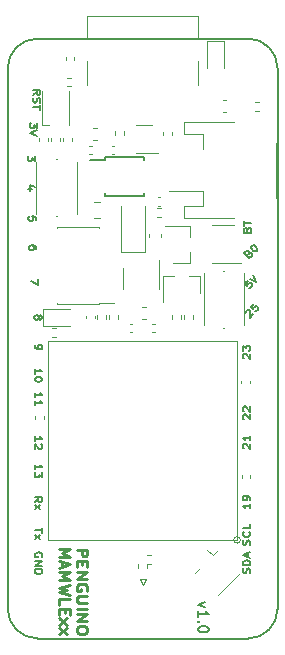
<source format=gto>
G04 #@! TF.GenerationSoftware,KiCad,Pcbnew,(5.1.8)-1*
G04 #@! TF.CreationDate,2021-04-09T02:34:17+02:00*
G04 #@! TF.ProjectId,Penguino-STM32WL-M,50656e67-7569-46e6-9f2d-53544d333257,0.1*
G04 #@! TF.SameCoordinates,Original*
G04 #@! TF.FileFunction,Legend,Top*
G04 #@! TF.FilePolarity,Positive*
%FSLAX46Y46*%
G04 Gerber Fmt 4.6, Leading zero omitted, Abs format (unit mm)*
G04 Created by KiCad (PCBNEW (5.1.8)-1) date 2021-04-09 02:34:17*
%MOMM*%
%LPD*%
G01*
G04 APERTURE LIST*
%ADD10C,0.150000*%
%ADD11C,0.225000*%
%ADD12C,0.200000*%
G04 #@! TA.AperFunction,Profile*
%ADD13C,0.150000*%
G04 #@! TD*
%ADD14C,0.120000*%
G04 APERTURE END LIST*
D10*
X144737142Y-84798666D02*
X144765714Y-84698666D01*
X144794285Y-84665333D01*
X144851428Y-84632000D01*
X144937142Y-84632000D01*
X144994285Y-84665333D01*
X145022857Y-84698666D01*
X145051428Y-84765333D01*
X145051428Y-85032000D01*
X144451428Y-85032000D01*
X144451428Y-84798666D01*
X144480000Y-84732000D01*
X144508571Y-84698666D01*
X144565714Y-84665333D01*
X144622857Y-84665333D01*
X144680000Y-84698666D01*
X144708571Y-84732000D01*
X144737142Y-84798666D01*
X144737142Y-85032000D01*
X144451428Y-84432000D02*
X144451428Y-84032000D01*
X145051428Y-84232000D02*
X144451428Y-84232000D01*
X144866848Y-86784042D02*
X144957762Y-86733534D01*
X145001535Y-86730167D01*
X145065511Y-86747003D01*
X145126120Y-86807612D01*
X145142956Y-86871588D01*
X145139589Y-86915362D01*
X145112652Y-86982705D01*
X144924090Y-87171267D01*
X144499826Y-86747003D01*
X144664817Y-86582011D01*
X144732161Y-86555074D01*
X144775934Y-86551707D01*
X144839911Y-86568543D01*
X144880317Y-86608949D01*
X144897153Y-86672925D01*
X144893785Y-86716698D01*
X144866848Y-86784042D01*
X144701856Y-86949033D01*
X145089082Y-86157747D02*
X145136222Y-86110607D01*
X145203566Y-86083669D01*
X145247339Y-86080302D01*
X145311315Y-86097138D01*
X145415698Y-86154380D01*
X145516713Y-86255395D01*
X145573955Y-86359778D01*
X145590791Y-86423754D01*
X145587423Y-86467527D01*
X145560486Y-86534871D01*
X145513346Y-86582011D01*
X145446002Y-86608949D01*
X145402229Y-86612316D01*
X145338253Y-86595480D01*
X145233870Y-86538238D01*
X145132855Y-86437223D01*
X145075613Y-86332840D01*
X145058777Y-86268864D01*
X145062144Y-86225091D01*
X145089082Y-86157747D01*
X144770884Y-89079445D02*
X144535181Y-89315148D01*
X144713642Y-89540748D01*
X144717009Y-89496975D01*
X144743946Y-89429632D01*
X144861797Y-89311780D01*
X144929141Y-89284843D01*
X144972914Y-89281476D01*
X145036890Y-89298312D01*
X145137906Y-89399327D01*
X145154741Y-89463303D01*
X145151374Y-89507077D01*
X145124437Y-89574420D01*
X145006586Y-89692271D01*
X144939242Y-89719209D01*
X144895469Y-89722576D01*
X144935875Y-88914454D02*
X145525131Y-89173726D01*
X145265858Y-88584471D01*
X144591947Y-91815694D02*
X144595314Y-91771921D01*
X144622251Y-91704577D01*
X144740103Y-91586726D01*
X144807446Y-91559789D01*
X144851219Y-91556422D01*
X144915196Y-91573258D01*
X144955602Y-91613664D01*
X144992641Y-91697843D01*
X144952235Y-92223122D01*
X145258648Y-91916709D01*
X145282218Y-91044611D02*
X145046516Y-91280313D01*
X145224976Y-91505914D01*
X145228343Y-91462141D01*
X145255280Y-91394797D01*
X145373132Y-91276946D01*
X145440475Y-91250009D01*
X145484248Y-91246642D01*
X145548225Y-91263477D01*
X145649240Y-91364493D01*
X145666076Y-91428469D01*
X145662709Y-91472242D01*
X145635771Y-91539586D01*
X145517920Y-91657437D01*
X145450577Y-91684374D01*
X145406803Y-91687741D01*
X144428571Y-95656333D02*
X144400000Y-95623000D01*
X144371428Y-95556333D01*
X144371428Y-95389666D01*
X144400000Y-95323000D01*
X144428571Y-95289666D01*
X144485714Y-95256333D01*
X144542857Y-95256333D01*
X144628571Y-95289666D01*
X144971428Y-95689666D01*
X144971428Y-95256333D01*
X144371428Y-95023000D02*
X144371428Y-94589666D01*
X144600000Y-94823000D01*
X144600000Y-94723000D01*
X144628571Y-94656333D01*
X144657142Y-94623000D01*
X144714285Y-94589666D01*
X144857142Y-94589666D01*
X144914285Y-94623000D01*
X144942857Y-94656333D01*
X144971428Y-94723000D01*
X144971428Y-94923000D01*
X144942857Y-94989666D01*
X144914285Y-95023000D01*
X144428571Y-100799833D02*
X144400000Y-100766500D01*
X144371428Y-100699833D01*
X144371428Y-100533166D01*
X144400000Y-100466500D01*
X144428571Y-100433166D01*
X144485714Y-100399833D01*
X144542857Y-100399833D01*
X144628571Y-100433166D01*
X144971428Y-100833166D01*
X144971428Y-100399833D01*
X144428571Y-100133166D02*
X144400000Y-100099833D01*
X144371428Y-100033166D01*
X144371428Y-99866500D01*
X144400000Y-99799833D01*
X144428571Y-99766500D01*
X144485714Y-99733166D01*
X144542857Y-99733166D01*
X144628571Y-99766500D01*
X144971428Y-100166500D01*
X144971428Y-99733166D01*
X144428571Y-103276333D02*
X144400000Y-103243000D01*
X144371428Y-103176333D01*
X144371428Y-103009666D01*
X144400000Y-102943000D01*
X144428571Y-102909666D01*
X144485714Y-102876333D01*
X144542857Y-102876333D01*
X144628571Y-102909666D01*
X144971428Y-103309666D01*
X144971428Y-102876333D01*
X144971428Y-102209666D02*
X144971428Y-102609666D01*
X144971428Y-102409666D02*
X144371428Y-102409666D01*
X144457142Y-102476333D01*
X144514285Y-102543000D01*
X144542857Y-102609666D01*
X144971428Y-107956333D02*
X144971428Y-108356333D01*
X144971428Y-108156333D02*
X144371428Y-108156333D01*
X144457142Y-108223000D01*
X144514285Y-108289666D01*
X144542857Y-108356333D01*
X144971428Y-107623000D02*
X144971428Y-107489666D01*
X144942857Y-107423000D01*
X144914285Y-107389666D01*
X144828571Y-107323000D01*
X144714285Y-107289666D01*
X144485714Y-107289666D01*
X144428571Y-107323000D01*
X144400000Y-107356333D01*
X144371428Y-107423000D01*
X144371428Y-107556333D01*
X144400000Y-107623000D01*
X144428571Y-107656333D01*
X144485714Y-107689666D01*
X144628571Y-107689666D01*
X144685714Y-107656333D01*
X144714285Y-107623000D01*
X144742857Y-107556333D01*
X144742857Y-107423000D01*
X144714285Y-107356333D01*
X144685714Y-107323000D01*
X144628571Y-107289666D01*
X144942857Y-111450333D02*
X144971428Y-111350333D01*
X144971428Y-111183666D01*
X144942857Y-111117000D01*
X144914285Y-111083666D01*
X144857142Y-111050333D01*
X144800000Y-111050333D01*
X144742857Y-111083666D01*
X144714285Y-111117000D01*
X144685714Y-111183666D01*
X144657142Y-111317000D01*
X144628571Y-111383666D01*
X144600000Y-111417000D01*
X144542857Y-111450333D01*
X144485714Y-111450333D01*
X144428571Y-111417000D01*
X144400000Y-111383666D01*
X144371428Y-111317000D01*
X144371428Y-111150333D01*
X144400000Y-111050333D01*
X144914285Y-110350333D02*
X144942857Y-110383666D01*
X144971428Y-110483666D01*
X144971428Y-110550333D01*
X144942857Y-110650333D01*
X144885714Y-110717000D01*
X144828571Y-110750333D01*
X144714285Y-110783666D01*
X144628571Y-110783666D01*
X144514285Y-110750333D01*
X144457142Y-110717000D01*
X144400000Y-110650333D01*
X144371428Y-110550333D01*
X144371428Y-110483666D01*
X144400000Y-110383666D01*
X144428571Y-110350333D01*
X144971428Y-109717000D02*
X144971428Y-110050333D01*
X144371428Y-110050333D01*
X144942857Y-113850000D02*
X144971428Y-113750000D01*
X144971428Y-113583333D01*
X144942857Y-113516666D01*
X144914285Y-113483333D01*
X144857142Y-113450000D01*
X144800000Y-113450000D01*
X144742857Y-113483333D01*
X144714285Y-113516666D01*
X144685714Y-113583333D01*
X144657142Y-113716666D01*
X144628571Y-113783333D01*
X144600000Y-113816666D01*
X144542857Y-113850000D01*
X144485714Y-113850000D01*
X144428571Y-113816666D01*
X144400000Y-113783333D01*
X144371428Y-113716666D01*
X144371428Y-113550000D01*
X144400000Y-113450000D01*
X144971428Y-113150000D02*
X144371428Y-113150000D01*
X144371428Y-112983333D01*
X144400000Y-112883333D01*
X144457142Y-112816666D01*
X144514285Y-112783333D01*
X144628571Y-112750000D01*
X144714285Y-112750000D01*
X144828571Y-112783333D01*
X144885714Y-112816666D01*
X144942857Y-112883333D01*
X144971428Y-112983333D01*
X144971428Y-113150000D01*
X144800000Y-112483333D02*
X144800000Y-112150000D01*
X144971428Y-112550000D02*
X144371428Y-112316666D01*
X144971428Y-112083333D01*
X126628571Y-73341666D02*
X126914285Y-73108333D01*
X126628571Y-72941666D02*
X127228571Y-72941666D01*
X127228571Y-73208333D01*
X127200000Y-73275000D01*
X127171428Y-73308333D01*
X127114285Y-73341666D01*
X127028571Y-73341666D01*
X126971428Y-73308333D01*
X126942857Y-73275000D01*
X126914285Y-73208333D01*
X126914285Y-72941666D01*
X126657142Y-73608333D02*
X126628571Y-73708333D01*
X126628571Y-73875000D01*
X126657142Y-73941666D01*
X126685714Y-73975000D01*
X126742857Y-74008333D01*
X126800000Y-74008333D01*
X126857142Y-73975000D01*
X126885714Y-73941666D01*
X126914285Y-73875000D01*
X126942857Y-73741666D01*
X126971428Y-73675000D01*
X127000000Y-73641666D01*
X127057142Y-73608333D01*
X127114285Y-73608333D01*
X127171428Y-73641666D01*
X127200000Y-73675000D01*
X127228571Y-73741666D01*
X127228571Y-73908333D01*
X127200000Y-74008333D01*
X127228571Y-74208333D02*
X127228571Y-74608333D01*
X126628571Y-74408333D02*
X127228571Y-74408333D01*
X126947571Y-75730166D02*
X126947571Y-76163500D01*
X126719000Y-75930166D01*
X126719000Y-76030166D01*
X126690428Y-76096833D01*
X126661857Y-76130166D01*
X126604714Y-76163500D01*
X126461857Y-76163500D01*
X126404714Y-76130166D01*
X126376142Y-76096833D01*
X126347571Y-76030166D01*
X126347571Y-75830166D01*
X126376142Y-75763500D01*
X126404714Y-75730166D01*
X126947571Y-76363500D02*
X126347571Y-76596833D01*
X126947571Y-76830166D01*
X126757071Y-78506666D02*
X126757071Y-78940000D01*
X126528500Y-78706666D01*
X126528500Y-78806666D01*
X126499928Y-78873333D01*
X126471357Y-78906666D01*
X126414214Y-78940000D01*
X126271357Y-78940000D01*
X126214214Y-78906666D01*
X126185642Y-78873333D01*
X126157071Y-78806666D01*
X126157071Y-78606666D01*
X126185642Y-78540000D01*
X126214214Y-78506666D01*
X126557071Y-81349833D02*
X126157071Y-81349833D01*
X126785642Y-81183166D02*
X126357071Y-81016500D01*
X126357071Y-81449833D01*
X126820571Y-83986666D02*
X126820571Y-83653333D01*
X126534857Y-83620000D01*
X126563428Y-83653333D01*
X126592000Y-83720000D01*
X126592000Y-83886666D01*
X126563428Y-83953333D01*
X126534857Y-83986666D01*
X126477714Y-84020000D01*
X126334857Y-84020000D01*
X126277714Y-83986666D01*
X126249142Y-83953333D01*
X126220571Y-83886666D01*
X126220571Y-83720000D01*
X126249142Y-83653333D01*
X126277714Y-83620000D01*
X126884071Y-86429833D02*
X126884071Y-86296500D01*
X126855500Y-86229833D01*
X126826928Y-86196500D01*
X126741214Y-86129833D01*
X126626928Y-86096500D01*
X126398357Y-86096500D01*
X126341214Y-86129833D01*
X126312642Y-86163166D01*
X126284071Y-86229833D01*
X126284071Y-86363166D01*
X126312642Y-86429833D01*
X126341214Y-86463166D01*
X126398357Y-86496500D01*
X126541214Y-86496500D01*
X126598357Y-86463166D01*
X126626928Y-86429833D01*
X126655500Y-86363166D01*
X126655500Y-86229833D01*
X126626928Y-86163166D01*
X126598357Y-86129833D01*
X126541214Y-86096500D01*
X127011071Y-88966666D02*
X127011071Y-89433333D01*
X126411071Y-89133333D01*
X127071428Y-92133333D02*
X127100000Y-92066666D01*
X127128571Y-92033333D01*
X127185714Y-92000000D01*
X127214285Y-92000000D01*
X127271428Y-92033333D01*
X127300000Y-92066666D01*
X127328571Y-92133333D01*
X127328571Y-92266666D01*
X127300000Y-92333333D01*
X127271428Y-92366666D01*
X127214285Y-92400000D01*
X127185714Y-92400000D01*
X127128571Y-92366666D01*
X127100000Y-92333333D01*
X127071428Y-92266666D01*
X127071428Y-92133333D01*
X127042857Y-92066666D01*
X127014285Y-92033333D01*
X126957142Y-92000000D01*
X126842857Y-92000000D01*
X126785714Y-92033333D01*
X126757142Y-92066666D01*
X126728571Y-92133333D01*
X126728571Y-92266666D01*
X126757142Y-92333333D01*
X126785714Y-92366666D01*
X126842857Y-92400000D01*
X126957142Y-92400000D01*
X127014285Y-92366666D01*
X127042857Y-92333333D01*
X127071428Y-92266666D01*
X126765071Y-94566666D02*
X126765071Y-94700000D01*
X126793642Y-94766666D01*
X126822214Y-94800000D01*
X126907928Y-94866666D01*
X127022214Y-94900000D01*
X127250785Y-94900000D01*
X127307928Y-94866666D01*
X127336500Y-94833333D01*
X127365071Y-94766666D01*
X127365071Y-94633333D01*
X127336500Y-94566666D01*
X127307928Y-94533333D01*
X127250785Y-94500000D01*
X127107928Y-94500000D01*
X127050785Y-94533333D01*
X127022214Y-94566666D01*
X126993642Y-94633333D01*
X126993642Y-94766666D01*
X127022214Y-94833333D01*
X127050785Y-94866666D01*
X127107928Y-94900000D01*
X126765071Y-96966666D02*
X126765071Y-96566666D01*
X126765071Y-96766666D02*
X127365071Y-96766666D01*
X127279357Y-96700000D01*
X127222214Y-96633333D01*
X127193642Y-96566666D01*
X127365071Y-97400000D02*
X127365071Y-97466666D01*
X127336500Y-97533333D01*
X127307928Y-97566666D01*
X127250785Y-97600000D01*
X127136500Y-97633333D01*
X126993642Y-97633333D01*
X126879357Y-97600000D01*
X126822214Y-97566666D01*
X126793642Y-97533333D01*
X126765071Y-97466666D01*
X126765071Y-97400000D01*
X126793642Y-97333333D01*
X126822214Y-97300000D01*
X126879357Y-97266666D01*
X126993642Y-97233333D01*
X127136500Y-97233333D01*
X127250785Y-97266666D01*
X127307928Y-97300000D01*
X127336500Y-97333333D01*
X127365071Y-97400000D01*
X126765071Y-98966666D02*
X126765071Y-98566666D01*
X126765071Y-98766666D02*
X127365071Y-98766666D01*
X127279357Y-98700000D01*
X127222214Y-98633333D01*
X127193642Y-98566666D01*
X126765071Y-99633333D02*
X126765071Y-99233333D01*
X126765071Y-99433333D02*
X127365071Y-99433333D01*
X127279357Y-99366666D01*
X127222214Y-99300000D01*
X127193642Y-99233333D01*
X126765071Y-102666666D02*
X126765071Y-102266666D01*
X126765071Y-102466666D02*
X127365071Y-102466666D01*
X127279357Y-102400000D01*
X127222214Y-102333333D01*
X127193642Y-102266666D01*
X127307928Y-102933333D02*
X127336500Y-102966666D01*
X127365071Y-103033333D01*
X127365071Y-103200000D01*
X127336500Y-103266666D01*
X127307928Y-103300000D01*
X127250785Y-103333333D01*
X127193642Y-103333333D01*
X127107928Y-103300000D01*
X126765071Y-102900000D01*
X126765071Y-103333333D01*
X126765071Y-105066666D02*
X126765071Y-104666666D01*
X126765071Y-104866666D02*
X127365071Y-104866666D01*
X127279357Y-104800000D01*
X127222214Y-104733333D01*
X127193642Y-104666666D01*
X127365071Y-105300000D02*
X127365071Y-105733333D01*
X127136500Y-105500000D01*
X127136500Y-105600000D01*
X127107928Y-105666666D01*
X127079357Y-105700000D01*
X127022214Y-105733333D01*
X126879357Y-105733333D01*
X126822214Y-105700000D01*
X126793642Y-105666666D01*
X126765071Y-105600000D01*
X126765071Y-105400000D01*
X126793642Y-105333333D01*
X126822214Y-105300000D01*
X126765071Y-107833333D02*
X127050785Y-107600000D01*
X126765071Y-107433333D02*
X127365071Y-107433333D01*
X127365071Y-107700000D01*
X127336500Y-107766666D01*
X127307928Y-107800000D01*
X127250785Y-107833333D01*
X127165071Y-107833333D01*
X127107928Y-107800000D01*
X127079357Y-107766666D01*
X127050785Y-107700000D01*
X127050785Y-107433333D01*
X126765071Y-108066666D02*
X127165071Y-108433333D01*
X127165071Y-108066666D02*
X126765071Y-108433333D01*
X127365071Y-110016666D02*
X127365071Y-110416666D01*
X126765071Y-110216666D02*
X127365071Y-110216666D01*
X126765071Y-110583333D02*
X127165071Y-110950000D01*
X127165071Y-110583333D02*
X126765071Y-110950000D01*
D11*
X130292857Y-111852380D02*
X131192857Y-111852380D01*
X131192857Y-112233333D01*
X131150000Y-112328571D01*
X131107142Y-112376190D01*
X131021428Y-112423809D01*
X130892857Y-112423809D01*
X130807142Y-112376190D01*
X130764285Y-112328571D01*
X130721428Y-112233333D01*
X130721428Y-111852380D01*
X130764285Y-112852380D02*
X130764285Y-113185714D01*
X130292857Y-113328571D02*
X130292857Y-112852380D01*
X131192857Y-112852380D01*
X131192857Y-113328571D01*
X130292857Y-113757142D02*
X131192857Y-113757142D01*
X130292857Y-114328571D01*
X131192857Y-114328571D01*
X131150000Y-115328571D02*
X131192857Y-115233333D01*
X131192857Y-115090476D01*
X131150000Y-114947619D01*
X131064285Y-114852380D01*
X130978571Y-114804761D01*
X130807142Y-114757142D01*
X130678571Y-114757142D01*
X130507142Y-114804761D01*
X130421428Y-114852380D01*
X130335714Y-114947619D01*
X130292857Y-115090476D01*
X130292857Y-115185714D01*
X130335714Y-115328571D01*
X130378571Y-115376190D01*
X130678571Y-115376190D01*
X130678571Y-115185714D01*
X131192857Y-115804761D02*
X130464285Y-115804761D01*
X130378571Y-115852380D01*
X130335714Y-115900000D01*
X130292857Y-115995238D01*
X130292857Y-116185714D01*
X130335714Y-116280952D01*
X130378571Y-116328571D01*
X130464285Y-116376190D01*
X131192857Y-116376190D01*
X130292857Y-116852380D02*
X131192857Y-116852380D01*
X130292857Y-117328571D02*
X131192857Y-117328571D01*
X130292857Y-117900000D01*
X131192857Y-117900000D01*
X131192857Y-118566666D02*
X131192857Y-118757142D01*
X131150000Y-118852380D01*
X131064285Y-118947619D01*
X130892857Y-118995238D01*
X130592857Y-118995238D01*
X130421428Y-118947619D01*
X130335714Y-118852380D01*
X130292857Y-118757142D01*
X130292857Y-118566666D01*
X130335714Y-118471428D01*
X130421428Y-118376190D01*
X130592857Y-118328571D01*
X130892857Y-118328571D01*
X131064285Y-118376190D01*
X131150000Y-118471428D01*
X131192857Y-118566666D01*
D10*
X127336500Y-112466666D02*
X127365071Y-112400000D01*
X127365071Y-112300000D01*
X127336500Y-112200000D01*
X127279357Y-112133333D01*
X127222214Y-112100000D01*
X127107928Y-112066666D01*
X127022214Y-112066666D01*
X126907928Y-112100000D01*
X126850785Y-112133333D01*
X126793642Y-112200000D01*
X126765071Y-112300000D01*
X126765071Y-112366666D01*
X126793642Y-112466666D01*
X126822214Y-112500000D01*
X127022214Y-112500000D01*
X127022214Y-112366666D01*
X126765071Y-112800000D02*
X127365071Y-112800000D01*
X126765071Y-113200000D01*
X127365071Y-113200000D01*
X126765071Y-113533333D02*
X127365071Y-113533333D01*
X127365071Y-113700000D01*
X127336500Y-113800000D01*
X127279357Y-113866666D01*
X127222214Y-113900000D01*
X127107928Y-113933333D01*
X127022214Y-113933333D01*
X126907928Y-113900000D01*
X126850785Y-113866666D01*
X126793642Y-113800000D01*
X126765071Y-113700000D01*
X126765071Y-113533333D01*
D11*
X128842857Y-111778571D02*
X129742857Y-111778571D01*
X129100000Y-112111904D01*
X129742857Y-112445238D01*
X128842857Y-112445238D01*
X129100000Y-112873809D02*
X129100000Y-113350000D01*
X128842857Y-112778571D02*
X129742857Y-113111904D01*
X128842857Y-113445238D01*
X128842857Y-113778571D02*
X129742857Y-113778571D01*
X129100000Y-114111904D01*
X129742857Y-114445238D01*
X128842857Y-114445238D01*
X129742857Y-114826190D02*
X128842857Y-115064285D01*
X129485714Y-115254761D01*
X128842857Y-115445238D01*
X129742857Y-115683333D01*
X128842857Y-116540476D02*
X128842857Y-116064285D01*
X129742857Y-116064285D01*
X129314285Y-116873809D02*
X129314285Y-117207142D01*
X128842857Y-117350000D02*
X128842857Y-116873809D01*
X129742857Y-116873809D01*
X129742857Y-117350000D01*
X128842857Y-117683333D02*
X129442857Y-118207142D01*
X129442857Y-117683333D02*
X128842857Y-118207142D01*
X128842857Y-118492857D02*
X129442857Y-119016666D01*
X129442857Y-118492857D02*
X128842857Y-119016666D01*
D12*
X141192857Y-116314285D02*
X140592857Y-116528571D01*
X141192857Y-116742857D01*
X140592857Y-117557142D02*
X140592857Y-117042857D01*
X140592857Y-117300000D02*
X141492857Y-117300000D01*
X141364285Y-117214285D01*
X141278571Y-117128571D01*
X141235714Y-117042857D01*
X140678571Y-117942857D02*
X140635714Y-117985714D01*
X140592857Y-117942857D01*
X140635714Y-117900000D01*
X140678571Y-117942857D01*
X140592857Y-117942857D01*
X141492857Y-118542857D02*
X141492857Y-118628571D01*
X141450000Y-118714285D01*
X141407142Y-118757142D01*
X141321428Y-118800000D01*
X141150000Y-118842857D01*
X140935714Y-118842857D01*
X140764285Y-118800000D01*
X140678571Y-118757142D01*
X140635714Y-118714285D01*
X140592857Y-118628571D01*
X140592857Y-118542857D01*
X140635714Y-118457142D01*
X140678571Y-118414285D01*
X140764285Y-118371428D01*
X140935714Y-118328571D01*
X141150000Y-118328571D01*
X141321428Y-118371428D01*
X141407142Y-118414285D01*
X141450000Y-118457142D01*
X141492857Y-118542857D01*
D13*
X127000000Y-119380000D02*
G75*
G02*
X124460000Y-116840000I0J2540000D01*
G01*
X147320000Y-116840000D02*
G75*
G02*
X144780000Y-119380000I-2540000J0D01*
G01*
X144780000Y-68580000D02*
G75*
G02*
X147320000Y-71120000I0J-2540000D01*
G01*
X124460000Y-71120000D02*
G75*
G02*
X127000000Y-68580000I2540000J0D01*
G01*
X124460000Y-116840000D02*
X124460000Y-71120000D01*
X144780000Y-119380000D02*
X127000000Y-119380000D01*
X147320000Y-71120000D02*
X147320000Y-116840000D01*
X127000000Y-68580000D02*
X144780000Y-68580000D01*
D14*
X138370000Y-92006358D02*
X138370000Y-92313640D01*
X139130000Y-92006358D02*
X139130000Y-92313640D01*
X136700000Y-75915000D02*
X135300000Y-75915000D01*
X135300000Y-78235000D02*
X137200000Y-78235000D01*
X142659420Y-74810000D02*
X142940580Y-74810000D01*
X142659420Y-73790000D02*
X142940580Y-73790000D01*
X137410000Y-85390580D02*
X137410000Y-85109420D01*
X136390000Y-85390580D02*
X136390000Y-85109420D01*
X135859420Y-91290000D02*
X136140580Y-91290000D01*
X135859420Y-92310000D02*
X136140580Y-92310000D01*
X141305000Y-68802500D02*
X141305000Y-71087500D01*
X142775000Y-68802500D02*
X141305000Y-68802500D01*
X142775000Y-71087500D02*
X142775000Y-68802500D01*
X134050000Y-86650000D02*
X136050000Y-86650000D01*
X136050000Y-86650000D02*
X136050000Y-82750000D01*
X134050000Y-86650000D02*
X134050000Y-82750000D01*
X127950000Y-75900000D02*
X127350000Y-75900000D01*
X127350000Y-75900000D02*
X127350000Y-73000000D01*
X129650000Y-75900000D02*
X129650000Y-73000000D01*
X129750000Y-91465000D02*
X127465000Y-91465000D01*
X127465000Y-91465000D02*
X127465000Y-92935000D01*
X127465000Y-92935000D02*
X129750000Y-92935000D01*
X131741422Y-82390000D02*
X132258578Y-82390000D01*
X131741422Y-83810000D02*
X132258578Y-83810000D01*
X132050279Y-77210000D02*
X131724721Y-77210000D01*
X132050279Y-76190000D02*
X131724721Y-76190000D01*
X143640000Y-83790000D02*
X139390000Y-83790000D01*
X139390000Y-83790000D02*
X139390000Y-82770000D01*
X139390000Y-82770000D02*
X140990000Y-82770000D01*
X140990000Y-82770000D02*
X140990000Y-81490000D01*
X140990000Y-81490000D02*
X138100000Y-81490000D01*
X143640000Y-75670000D02*
X139390000Y-75670000D01*
X139390000Y-75670000D02*
X139390000Y-76690000D01*
X139390000Y-76690000D02*
X140990000Y-76690000D01*
X140990000Y-76690000D02*
X140990000Y-77970000D01*
X147210000Y-82070000D02*
X147210000Y-77390000D01*
X132165000Y-91035000D02*
X128635000Y-91035000D01*
X132165000Y-84565000D02*
X128635000Y-84565000D01*
X133490000Y-90970000D02*
X132165000Y-90970000D01*
X132165000Y-91035000D02*
X132165000Y-90970000D01*
X128635000Y-91035000D02*
X128635000Y-90970000D01*
X132165000Y-84630000D02*
X132165000Y-84565000D01*
X128635000Y-84630000D02*
X128635000Y-84565000D01*
X144152135Y-113817947D02*
X142242947Y-115727135D01*
X141811612Y-112311809D02*
X141366134Y-111866332D01*
X140284261Y-113839160D02*
X140736809Y-113386612D01*
X142264160Y-111859261D02*
X141811612Y-112311809D01*
X135640000Y-114320000D02*
X135890000Y-114820000D01*
X136140000Y-114320000D02*
X135640000Y-114320000D01*
X135890000Y-114820000D02*
X136140000Y-114320000D01*
X139933000Y-87622500D02*
X139933000Y-86692500D01*
X139933000Y-84462500D02*
X139933000Y-85392500D01*
X139933000Y-84462500D02*
X137773000Y-84462500D01*
X139933000Y-87622500D02*
X138473000Y-87622500D01*
X129511359Y-72643000D02*
X129818641Y-72643000D01*
X129511359Y-71883000D02*
X129818641Y-71883000D01*
X145743642Y-73920000D02*
X145436360Y-73920000D01*
X145743642Y-74680000D02*
X145436360Y-74680000D01*
X137428641Y-83705000D02*
X137121359Y-83705000D01*
X137428641Y-82945000D02*
X137121359Y-82945000D01*
X128880000Y-76971359D02*
X128880000Y-77278641D01*
X128120000Y-76971359D02*
X128120000Y-77278641D01*
X129145000Y-76971359D02*
X129145000Y-77278641D01*
X129905000Y-76971359D02*
X129905000Y-77278641D01*
X127880000Y-76971359D02*
X127880000Y-77278641D01*
X127120000Y-76971359D02*
X127120000Y-77278641D01*
X128241359Y-93880000D02*
X128548641Y-93880000D01*
X128241359Y-93120000D02*
X128548641Y-93120000D01*
X133762500Y-92003359D02*
X133762500Y-92310641D01*
X133002500Y-92003359D02*
X133002500Y-92310641D01*
X132050000Y-92314640D02*
X132050000Y-92007358D01*
X132810000Y-92314640D02*
X132810000Y-92007358D01*
X136246359Y-112348632D02*
X136553641Y-112348632D01*
X136246359Y-113108632D02*
X136553641Y-113108632D01*
X136270000Y-113410141D02*
X136270000Y-113102859D01*
X135510000Y-113410141D02*
X135510000Y-113102859D01*
X128550000Y-78780000D02*
X128650000Y-78780000D01*
X130310000Y-83400000D02*
X130310000Y-79000000D01*
X126890000Y-79000000D02*
X126890000Y-83400000D01*
X128540000Y-83610000D02*
X128640000Y-83610000D01*
X142690000Y-93060000D02*
X142790000Y-93060000D01*
X141040000Y-88450000D02*
X141040000Y-92850000D01*
X144460000Y-92850000D02*
X144460000Y-88450000D01*
X142700000Y-88230000D02*
X142800000Y-88230000D01*
X141800000Y-87610000D02*
X144250000Y-87610000D01*
X143600000Y-84390000D02*
X141800000Y-84390000D01*
X140780000Y-88690000D02*
X140780000Y-90150000D01*
X137620000Y-88690000D02*
X137620000Y-90850000D01*
X137620000Y-88690000D02*
X138550000Y-88690000D01*
X140780000Y-88690000D02*
X139850000Y-88690000D01*
D10*
X132675000Y-78600000D02*
X132675000Y-78825000D01*
X136025000Y-78600000D02*
X136025000Y-78900000D01*
X136025000Y-81950000D02*
X136025000Y-81650000D01*
X132675000Y-81950000D02*
X132675000Y-81650000D01*
X132675000Y-78600000D02*
X136025000Y-78600000D01*
X132675000Y-81950000D02*
X136025000Y-81950000D01*
X132675000Y-78825000D02*
X131450000Y-78825000D01*
D14*
X143890000Y-94230000D02*
X127890000Y-94230000D01*
X127890000Y-94230000D02*
X127890000Y-111030000D01*
X127890000Y-111030000D02*
X143890000Y-111030000D01*
X143890000Y-111030000D02*
X143890000Y-94230000D01*
X144172843Y-111030000D02*
G75*
G03*
X144172843Y-111030000I-282843J0D01*
G01*
X131837500Y-92051164D02*
X131837500Y-92266836D01*
X131117500Y-92051164D02*
X131117500Y-92266836D01*
X134240000Y-88020000D02*
X134240000Y-89780000D01*
X137310000Y-89780000D02*
X137310000Y-87350000D01*
X137387836Y-82735000D02*
X137172164Y-82735000D01*
X137387836Y-82015000D02*
X137172164Y-82015000D01*
X140590000Y-68600000D02*
X140590000Y-66700000D01*
X140590000Y-72500000D02*
X140590000Y-70500000D01*
X131190000Y-68600000D02*
X131190000Y-66700000D01*
X131190000Y-72500000D02*
X131190000Y-70500000D01*
X140590000Y-66700000D02*
X131190000Y-66700000D01*
X138405000Y-76768641D02*
X138405000Y-76461359D01*
X137645000Y-76768641D02*
X137645000Y-76461359D01*
X133545000Y-76753641D02*
X133545000Y-76446359D01*
X134305000Y-76753641D02*
X134305000Y-76446359D01*
X129370500Y-70173664D02*
X129370500Y-70389336D01*
X130090500Y-70173664D02*
X130090500Y-70389336D01*
X133267164Y-78385000D02*
X133482836Y-78385000D01*
X133267164Y-77665000D02*
X133482836Y-77665000D01*
X131342164Y-78385000D02*
X131557836Y-78385000D01*
X131342164Y-77665000D02*
X131557836Y-77665000D01*
X134792164Y-92740000D02*
X135007836Y-92740000D01*
X134792164Y-93460000D02*
X135007836Y-93460000D01*
X144960000Y-97542164D02*
X144960000Y-97757836D01*
X144240000Y-97542164D02*
X144240000Y-97757836D01*
X127510000Y-100757836D02*
X127510000Y-100542164D01*
X126790000Y-100757836D02*
X126790000Y-100542164D01*
X136907836Y-93460000D02*
X136692164Y-93460000D01*
X136907836Y-92740000D02*
X136692164Y-92740000D01*
X144290000Y-105757836D02*
X144290000Y-105542164D01*
X145010000Y-105757836D02*
X145010000Y-105542164D01*
X139370000Y-91996359D02*
X139370000Y-92303641D01*
X140130000Y-91996359D02*
X140130000Y-92303641D01*
M02*

</source>
